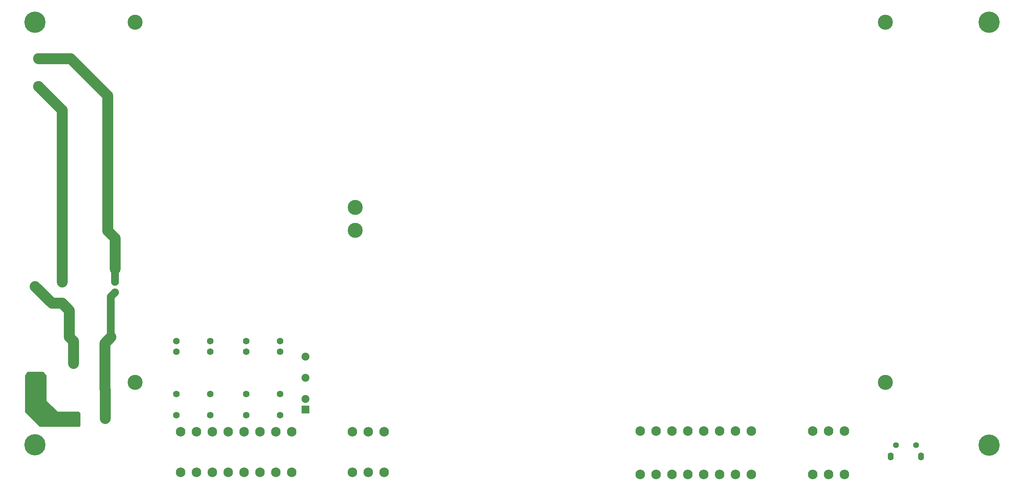
<source format=gbs>
G04 Layer: BottomSolderMaskLayer*
G04 EasyEDA v6.5.48, 2025-03-05 09:15:20*
G04 46f63332791e42a8a8f84cc4274b5eef,c1046fc99c6340e49b79c231b7c3a508,10*
G04 Gerber Generator version 0.2*
G04 Scale: 100 percent, Rotated: No, Reflected: No *
G04 Dimensions in millimeters *
G04 leading zeros omitted , absolute positions ,4 integer and 5 decimal *
%FSLAX45Y45*%
%MOMM*%

%AMMACRO1*4,1,8,-0.9211,-0.9508,-0.9508,-0.921,-0.9508,0.9211,-0.9211,0.9508,0.921,0.9508,0.9508,0.9211,0.9508,-0.921,0.921,-0.9508,-0.9211,-0.9508,0*%
%ADD10C,2.6016*%
%ADD11C,1.9016*%
%ADD12C,3.1016*%
%ADD13C,3.6016*%
%ADD14C,2.3016*%
%ADD15C,1.6016*%
%ADD16O,2.2999954000000002X1.0999978000000001*%
%ADD17C,2.1016*%
%ADD18MACRO1*%
%ADD19O,1.4015974000000002X1.9015964*%
%ADD20C,1.4016*%
%ADD21C,5.1016*%

%LPD*%
G36*
X419100Y-8902700D02*
G01*
X355600Y-8991600D01*
X355600Y-9867900D01*
X711200Y-10223500D01*
X1663700Y-10223500D01*
X1689100Y-10198100D01*
X1689100Y-9893300D01*
X1651000Y-9855200D01*
X1143000Y-9855200D01*
X876300Y-9601200D01*
X876300Y-8991600D01*
X800100Y-8902700D01*
G37*
D10*
X683107Y-2054212D02*
G01*
X1244472Y-2615577D01*
X1244472Y-6743572D01*
X683005Y-1379220D02*
G01*
X688086Y-1384300D01*
X1447800Y-1384300D01*
X2336800Y-2273300D01*
X2336800Y-5511800D01*
X2514600Y-5689600D01*
X2514600Y-6426200D01*
X683107Y-2054212D02*
G01*
X1244472Y-2615577D01*
X1244472Y-6743572D01*
X683005Y-1379220D02*
G01*
X688086Y-1384300D01*
X1447800Y-1384300D01*
X2336800Y-2273300D01*
X2336800Y-5511800D01*
X2514600Y-5689600D01*
X2514600Y-6426200D01*
D11*
X2514600Y-6743700D02*
G01*
X2514600Y-6426200D01*
X2514727Y-6997827D02*
G01*
X2417699Y-7094854D01*
X2417699Y-8064500D01*
D12*
X596900Y-9050276D02*
G01*
X596900Y-9677400D01*
X939800Y-10020300D01*
X1454404Y-10020300D01*
D10*
X1244727Y-7251827D02*
G01*
X1417701Y-7424801D01*
X1417701Y-8064500D01*
X2267305Y-9314306D02*
G01*
X2279395Y-9326397D01*
X2279395Y-10020300D01*
X596900Y-6850202D02*
G01*
X998524Y-7251827D01*
X1244727Y-7251827D01*
X1417701Y-8064500D02*
G01*
X1517294Y-8164093D01*
X1517294Y-8694293D01*
X2417699Y-8064500D02*
G01*
X2267305Y-8214893D01*
X2267305Y-9314306D01*
G01*
X683107Y-1379220D03*
G01*
X683107Y-2054225D03*
D13*
G01*
X8283092Y-5504205D03*
G01*
X8283092Y-4954219D03*
D14*
G01*
X4089400Y-11315700D03*
G01*
X4470400Y-11315700D03*
G01*
X4851400Y-11315700D03*
G01*
X5232400Y-11315700D03*
G01*
X5613400Y-11315700D03*
G01*
X5994400Y-11315700D03*
G01*
X6375400Y-11315700D03*
G01*
X6756400Y-11315700D03*
G01*
X15125700Y-11366500D03*
G01*
X15506700Y-11366500D03*
G01*
X15887700Y-11366500D03*
G01*
X16268700Y-11366500D03*
G01*
X16649700Y-11366500D03*
G01*
X17030700Y-11366500D03*
G01*
X17411700Y-11366500D03*
G01*
X17792700Y-11366500D03*
G01*
X8978900Y-11315700D03*
G01*
X8597900Y-11315700D03*
G01*
X8216900Y-11315700D03*
G01*
X20027900Y-11366500D03*
G01*
X19646900Y-11366500D03*
G01*
X19265900Y-11366500D03*
G01*
X20027900Y-10325100D03*
G01*
X19646900Y-10325100D03*
G01*
X19265900Y-10325100D03*
G01*
X8978900Y-10337800D03*
G01*
X8597900Y-10337800D03*
G01*
X8216900Y-10337800D03*
D15*
G01*
X4800600Y-8167115D03*
G01*
X4800600Y-8421115D03*
G01*
X4800600Y-9437065D03*
G01*
X4800600Y-9939756D03*
G01*
X5664200Y-8167115D03*
G01*
X5664200Y-8421115D03*
G01*
X5664200Y-9437065D03*
G01*
X5664200Y-9939756D03*
G01*
X6477000Y-8167115D03*
G01*
X6477000Y-8421115D03*
G01*
X6477000Y-9437065D03*
G01*
X6477000Y-9939756D03*
D11*
G01*
X1417701Y-8064500D03*
G01*
X2417699Y-8064500D03*
D16*
G01*
X596900Y-9050197D03*
G01*
X596900Y-6850202D03*
D15*
G01*
X3987800Y-8167115D03*
G01*
X3987800Y-8421115D03*
G01*
X3987800Y-9437065D03*
G01*
X3987800Y-9939756D03*
D11*
G01*
X2514727Y-6997827D03*
G01*
X2514472Y-6743572D03*
G01*
X1244727Y-7251827D03*
G01*
X1244472Y-6743572D03*
D17*
G01*
X2267305Y-9200006D03*
G01*
X1517294Y-8579993D03*
D11*
G01*
X7086600Y-8532723D03*
G01*
X7086600Y-9040723D03*
G01*
X7086600Y-9548723D03*
D18*
G01*
X7086600Y-9802723D03*
D14*
G01*
X4089400Y-10337800D03*
G01*
X4470400Y-10337800D03*
G01*
X4851400Y-10337800D03*
G01*
X5232400Y-10337800D03*
G01*
X5613400Y-10337800D03*
G01*
X5994400Y-10337800D03*
G01*
X6375400Y-10337800D03*
G01*
X6756400Y-10337800D03*
G01*
X15125700Y-10325100D03*
G01*
X15506700Y-10325100D03*
G01*
X15887700Y-10325100D03*
G01*
X16268700Y-10325100D03*
G01*
X16649700Y-10325100D03*
G01*
X17030700Y-10325100D03*
G01*
X17411700Y-10325100D03*
G01*
X17792700Y-10325100D03*
D10*
G01*
X1454404Y-10020300D03*
G01*
X2279395Y-10020300D03*
D19*
G01*
X21863583Y-10929238D03*
G01*
X21138616Y-10929238D03*
D20*
G01*
X21258606Y-10662234D03*
G01*
X21743593Y-10662208D03*
D13*
G01*
X21005800Y-9156700D03*
G01*
X2997200Y-9156700D03*
D21*
G01*
X596900Y-508000D03*
G01*
X596900Y-10655300D03*
G01*
X23495000Y-508000D03*
G01*
X23495000Y-10657992D03*
D13*
G01*
X3000451Y-508000D03*
G01*
X21005800Y-508000D03*
M02*

</source>
